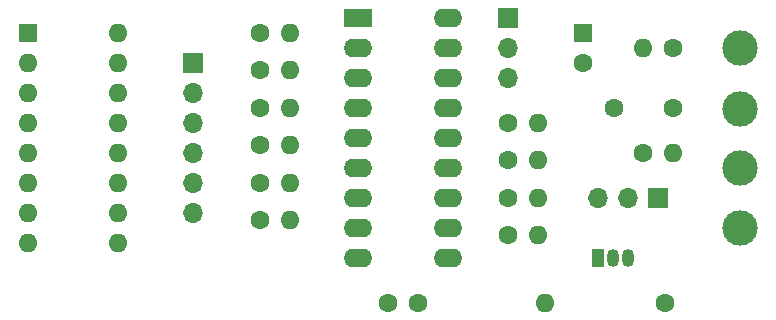
<source format=gbr>
%TF.GenerationSoftware,KiCad,Pcbnew,7.0.10*%
%TF.CreationDate,2025-08-08T15:07:21-06:00*%
%TF.ProjectId,Speedo,53706565-646f-42e6-9b69-6361645f7063,1.00*%
%TF.SameCoordinates,Original*%
%TF.FileFunction,Soldermask,Bot*%
%TF.FilePolarity,Negative*%
%FSLAX46Y46*%
G04 Gerber Fmt 4.6, Leading zero omitted, Abs format (unit mm)*
G04 Created by KiCad (PCBNEW 7.0.10) date 2025-08-08 15:07:21*
%MOMM*%
%LPD*%
G01*
G04 APERTURE LIST*
%ADD10C,1.600000*%
%ADD11O,1.600000X1.600000*%
%ADD12R,1.700000X1.700000*%
%ADD13O,1.700000X1.700000*%
%ADD14R,1.600000X1.600000*%
%ADD15C,3.000000*%
%ADD16R,2.400000X1.600000*%
%ADD17O,2.400000X1.600000*%
%ADD18R,1.050000X1.500000*%
%ADD19O,1.050000X1.500000*%
G04 APERTURE END LIST*
D10*
%TO.C,R5*%
X93345000Y-98425000D03*
D11*
X95885000Y-98425000D03*
%TD*%
D12*
%TO.C,Hdr3*%
X114300000Y-81280000D03*
D13*
X114300000Y-83820000D03*
X114300000Y-86360000D03*
%TD*%
D14*
%TO.C,C3*%
X120650000Y-82590000D03*
D10*
X120650000Y-85090000D03*
%TD*%
D12*
%TO.C,Hdr1*%
X87630000Y-85090000D03*
D13*
X87630000Y-87630000D03*
X87630000Y-90170000D03*
X87630000Y-92710000D03*
X87630000Y-95250000D03*
X87630000Y-97790000D03*
%TD*%
D10*
%TO.C,C1*%
X123270000Y-88900000D03*
X128270000Y-88900000D03*
%TD*%
%TO.C,R1*%
X114300000Y-93345000D03*
D11*
X116840000Y-93345000D03*
%TD*%
D15*
%TO.C,TP2*%
X133985000Y-88960000D03*
%TD*%
D10*
%TO.C,C2*%
X106660000Y-105410000D03*
X104160000Y-105410000D03*
%TD*%
%TO.C,R3*%
X93345000Y-82550000D03*
D11*
X95885000Y-82550000D03*
%TD*%
D14*
%TO.C,SW1*%
X73660000Y-82550000D03*
D11*
X73660000Y-85090000D03*
X73660000Y-87630000D03*
X73660000Y-90170000D03*
X73660000Y-92710000D03*
X73660000Y-95250000D03*
X73660000Y-97790000D03*
X73660000Y-100330000D03*
X81280000Y-100330000D03*
X81280000Y-97790000D03*
X81280000Y-95250000D03*
X81280000Y-92710000D03*
X81280000Y-90170000D03*
X81280000Y-87630000D03*
X81280000Y-85090000D03*
X81280000Y-82550000D03*
%TD*%
D10*
%TO.C,R9*%
X114300000Y-96520000D03*
D11*
X116840000Y-96520000D03*
%TD*%
D10*
%TO.C,R13*%
X125730000Y-92710000D03*
D11*
X128270000Y-92710000D03*
%TD*%
D10*
%TO.C,R4*%
X93345000Y-92075000D03*
D11*
X95885000Y-92075000D03*
%TD*%
D10*
%TO.C,R6*%
X93345000Y-95250000D03*
D11*
X95885000Y-95250000D03*
%TD*%
D10*
%TO.C,R7*%
X93345000Y-88900000D03*
D11*
X95885000Y-88900000D03*
%TD*%
D10*
%TO.C,R10*%
X114300000Y-99695000D03*
D11*
X116840000Y-99695000D03*
%TD*%
D10*
%TO.C,R11*%
X128270000Y-83820000D03*
D11*
X125730000Y-83820000D03*
%TD*%
D15*
%TO.C,TP4*%
X133985000Y-99060000D03*
%TD*%
D10*
%TO.C,R2*%
X114300000Y-90170000D03*
D11*
X116840000Y-90170000D03*
%TD*%
D15*
%TO.C,TP3*%
X133985000Y-94010000D03*
%TD*%
D16*
%TO.C,U1*%
X101600000Y-81280000D03*
D17*
X101600000Y-83820000D03*
X101600000Y-86360000D03*
X101600000Y-88900000D03*
X101600000Y-91440000D03*
X101600000Y-93980000D03*
X101600000Y-96520000D03*
X101600000Y-99060000D03*
X101600000Y-101600000D03*
X109220000Y-101600000D03*
X109220000Y-99060000D03*
X109220000Y-96520000D03*
X109220000Y-93980000D03*
X109220000Y-91440000D03*
X109220000Y-88900000D03*
X109220000Y-86360000D03*
X109220000Y-83820000D03*
X109220000Y-81280000D03*
%TD*%
D10*
%TO.C,R8*%
X93345000Y-85725000D03*
D11*
X95885000Y-85725000D03*
%TD*%
D15*
%TO.C,TP1*%
X133985000Y-83820000D03*
%TD*%
D10*
%TO.C,R12*%
X127635000Y-105410000D03*
D11*
X117475000Y-105410000D03*
%TD*%
D18*
%TO.C,Q1*%
X121920000Y-101600000D03*
D19*
X123190000Y-101600000D03*
X124460000Y-101600000D03*
%TD*%
D12*
%TO.C,Hdr2*%
X127000000Y-96520000D03*
D13*
X124460000Y-96520000D03*
X121920000Y-96520000D03*
%TD*%
M02*

</source>
